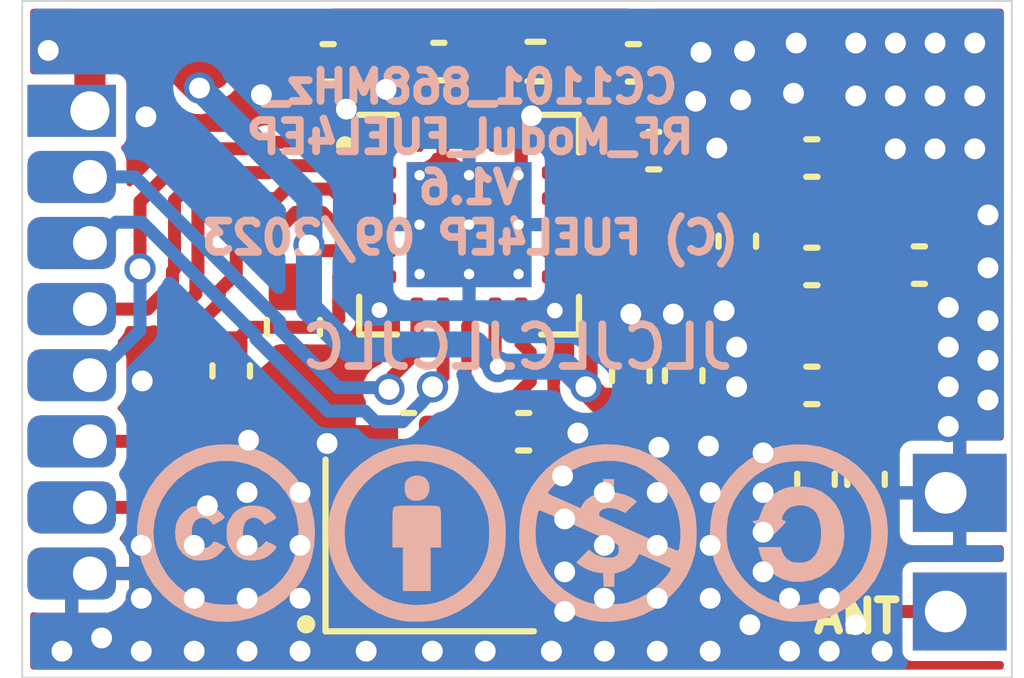
<source format=kicad_pcb>
(kicad_pcb (version 20211014) (generator pcbnew)
  (title_block (title "CC1101_868MHz_RF_Modul_FUEL4EP") (date "2023-09-28") (rev "1.6") (company "FUEL4EP"))
  (layers (0 "F.Cu" signal) (31 "B.Cu" signal) (34 "B.Paste" user) (35 "F.Paste" user) (36 "B.SilkS" user "B.Silkscreen") (37 "F.SilkS" user "F.Silkscreen") (38 "B.Mask" user) (39 "F.Mask" user) (44 "Edge.Cuts" user))
  (net 0 "")
  (net 1 "GND")
  (net 2 "Net-(C1-Pad1)")
  (net 3 "Net-(C2-Pad1)")
  (net 4 "Net-(C3-Pad2)")
  (net 5 "Net-(C4-Pad2)")
  (net 6 "Net-(C5-Pad2)")
  (net 7 "Net-(C6-Pad1)")
  (net 8 "Net-(C6-Pad2)")
  (net 9 "Net-(C7-Pad1)")
  (net 10 "Net-(C8-Pad2)")
  (net 11 "/SCK")
  (net 12 "/GDO0")
  (net 13 "/MOSI")
  (net 14 "/GDO2")
  (net 15 "Net-(C9-Pad2)")
  (net 16 "Net-(L1-Pad1)")
  (net 17 "Net-(L2-Pad1)")
  (net 18 "Net-(R1-Pad2)")
  (net 19 "/~{CS}")
  (net 20 "VDDA")
  (net 21 "Net-(C16-Pad1)")
  (net 22 "/MISO{slash}GDO1")
  (net 23 "/VDD")
  (footprint "Inductor_SMD:L_0402_1005Metric" (layer "F.Cu") (at 12.279 -8.8928)
    (fp_text reference "L1" hide)
    (fp_text value "12nH")
    (pad "1" smd roundrect (at -0.485 0) (size 0.59 0.64) (layers "F.Cu" "F.Paste" "F.Mask") (net 16 "Net-(L1-Pad1)"))
    (pad "2" smd roundrect (at 0.485 0) (size 0.59 0.64) (layers "F.Cu" "F.Paste" "F.Mask") (net 2 "Net-(C1-Pad1)"))
  )
  (footprint "Capacitor_SMD:C_0402_1005Metric" (layer "F.Cu") (at 7.9984 -11.8364 180)
    (fp_text reference "C14" hide)
    (fp_text value "100n")
    (pad "1" smd roundrect (at -0.48 0 180) (size 0.56 0.62) (layers "F.Cu" "F.Paste" "F.Mask") (net 20 "VDDA"))
    (pad "2" smd roundrect (at 0.48 0 180) (size 0.56 0.62) (layers "F.Cu" "F.Paste" "F.Mask") (net 1 "GND"))
  )
  (footprint "Inductor_SMD:L_0402_1005Metric" (layer "F.Cu") (at 15.748 -2.413)
    (fp_text reference "L7" hide)
    (fp_text value "3.3nH")
    (pad "1" smd roundrect (at -0.485 0) (size 0.59 0.64) (layers "F.Cu" "F.Paste" "F.Mask") (net 7 "Net-(C6-Pad1)"))
    (pad "2" smd roundrect (at 0.485 0) (size 0.59 0.64) (layers "F.Cu" "F.Paste" "F.Mask") (net 9 "Net-(C7-Pad1)"))
  )
  (footprint "Inductor_SMD:L_0402_1005Metric" (layer "F.Cu") (at 15.1806 -6.7314)
    (fp_text reference "L3" hide)
    (fp_text value "18nH")
    (pad "1" smd roundrect (at -0.485 0) (size 0.59 0.64) (layers "F.Cu" "F.Paste" "F.Mask") (net 3 "Net-(C2-Pad1)"))
    (pad "2" smd roundrect (at 0.485 0) (size 0.59 0.64) (layers "F.Cu" "F.Paste" "F.Mask") (net 4 "Net-(C3-Pad2)"))
  )
  (footprint "Inductor_SMD:L_0402_1005Metric" (layer "F.Cu") (at 12.279 -7.9028)
    (fp_text reference "L2" hide)
    (fp_text value "12nH")
    (pad "1" smd roundrect (at -0.485 0) (size 0.59 0.64) (layers "F.Cu" "F.Paste" "F.Mask") (net 17 "Net-(L2-Pad1)"))
    (pad "2" smd roundrect (at 0.485 0) (size 0.59 0.64) (layers "F.Cu" "F.Paste" "F.Mask") (net 3 "Net-(C2-Pad1)"))
  )
  (footprint "Capacitor_SMD:C_0402_1005Metric" (layer "F.Cu") (at 17.2242 -7.9252 180)
    (fp_text reference "C5" hide)
    (fp_text value "3.3pF")
    (pad "1" smd roundrect (at -0.48 0 180) (size 0.56 0.62) (layers "F.Cu" "F.Paste" "F.Mask") (net 1 "GND"))
    (pad "2" smd roundrect (at 0.48 0 180) (size 0.56 0.62) (layers "F.Cu" "F.Paste" "F.Mask") (net 6 "Net-(C5-Pad2)"))
  )
  (footprint "Capacitor_SMD:C_0402_1005Metric" (layer "F.Cu") (at 15.1606 -5.6138)
    (fp_text reference "C3" hide)
    (fp_text value "100pF")
    (pad "1" smd roundrect (at -0.48 0) (size 0.56 0.62) (layers "F.Cu" "F.Paste" "F.Mask") (net 1 "GND"))
    (pad "2" smd roundrect (at 0.48 0) (size 0.56 0.62) (layers "F.Cu" "F.Paste" "F.Mask") (net 4 "Net-(C3-Pad2)"))
  )
  (footprint "FUEL4EP:edge_hole_Pitch1.27mm_Drill0.75mm_rounded" (layer "F.Cu") (at 0 -5.81)
    (fp_text reference "JC5" hide)
    (fp_text value "Conn")
    (pad "1" thru_hole roundrect (at 1.3 0) (size 1.7 1) (drill 0.65 (offset -0.35 0)) (property pad_prop_castellated) (layers *.Cu *.Mask) (net 13 "/MOSI"))
  )
  (footprint "Inductor_SMD:L_0402_1005Metric" (layer "F.Cu") (at 16.75 -6.25 -90)
    (fp_text reference "L6" hide)
    (fp_text value "12nH")
    (pad "1" smd roundrect (at -0.485 0 270) (size 0.59 0.64) (layers "F.Cu" "F.Paste" "F.Mask") (net 6 "Net-(C5-Pad2)"))
    (pad "2" smd roundrect (at 0.485 0 270) (size 0.59 0.64) (layers "F.Cu" "F.Paste" "F.Mask") (net 8 "Net-(C6-Pad2)"))
  )
  (footprint "Capacitor_SMD:C_0402_1005Metric" (layer "F.Cu") (at 13.729 -8.3848 90)
    (fp_text reference "C2" hide)
    (fp_text value "1.0pF")
    (pad "1" smd roundrect (at -0.48 0 90) (size 0.56 0.62) (layers "F.Cu" "F.Paste" "F.Mask") (net 3 "Net-(C2-Pad1)"))
    (pad "2" smd roundrect (at 0.48 0 90) (size 0.56 0.62) (layers "F.Cu" "F.Paste" "F.Mask") (net 2 "Net-(C1-Pad1)"))
  )
  (footprint "FUEL4EP:edge_hole_Pitch2.28mm_Drill0.8mm" (layer "F.Cu") (at 19 -3.55 180)
    (fp_text reference "JA1" hide)
    (fp_text value "GND")
    (pad "1" thru_hole rect (at 1.27 0 180) (size 1.8 1.5) (drill 0.8 (offset -0.27 0)) (property pad_prop_castellated) (layers *.Cu *.Mask) (net 1 "GND"))
  )
  (footprint "FUEL4EP:edge_hole_Pitch1.27mm_Drill0.75mm_rounded" (layer "F.Cu") (at 0 -2)
    (fp_text reference "JC8" hide)
    (fp_text value "Conn")
    (pad "1" thru_hole roundrect (at 1.3 0) (size 1.7 1) (drill 0.65 (offset -0.35 0)) (property pad_prop_castellated) (layers *.Cu *.Mask) (net 1 "GND"))
  )
  (footprint "Capacitor_SMD:C_0402_1005Metric" (layer "F.Cu") (at 16.2 -3.81 90)
    (fp_text reference "C7" hide)
    (fp_text value "12pF")
    (pad "1" smd roundrect (at -0.48 0 90) (size 0.56 0.62) (layers "F.Cu" "F.Paste" "F.Mask") (net 9 "Net-(C7-Pad1)"))
    (pad "2" smd roundrect (at 0.48 0 90) (size 0.56 0.62) (layers "F.Cu" "F.Paste" "F.Mask") (net 8 "Net-(C6-Pad2)"))
  )
  (footprint "Capacitor_SMD:C_0402_1005Metric" (layer "F.Cu") (at 4.0132 -5.8928 -90)
    (fp_text reference "C16" hide)
    (fp_text value "100n")
    (pad "1" smd roundrect (at -0.48 0 270) (size 0.56 0.62) (layers "F.Cu" "F.Paste" "F.Mask") (net 21 "Net-(C16-Pad1)"))
    (pad "2" smd roundrect (at 0.48 0 270) (size 0.56 0.62) (layers "F.Cu" "F.Paste" "F.Mask") (net 1 "GND"))
  )
  (footprint "Resistor_SMD:R_0402_1005Metric" (layer "F.Cu") (at 9.8552 -11.8364 180)
    (fp_text reference "R1" hide)
    (fp_text value "56k")
    (pad "1" smd roundrect (at -0.51 0 180) (size 0.54 0.64) (layers "F.Cu" "F.Paste" "F.Mask") (net 1 "GND"))
    (pad "2" smd roundrect (at 0.51 0 180) (size 0.54 0.64) (layers "F.Cu" "F.Paste" "F.Mask") (net 18 "Net-(R1-Pad2)"))
  )
  (footprint "Capacitor_SMD:C_0402_1005Metric" (layer "F.Cu") (at 11.684 -5.801 90)
    (fp_text reference "C15" hide)
    (fp_text value "100n")
    (pad "1" smd roundrect (at -0.48 0 90) (size 0.56 0.62) (layers "F.Cu" "F.Paste" "F.Mask") (net 20 "VDDA"))
    (pad "2" smd roundrect (at 0.48 0 90) (size 0.56 0.62) (layers "F.Cu" "F.Paste" "F.Mask") (net 1 "GND"))
  )
  (footprint "Capacitor_SMD:C_0402_1005Metric" (layer "F.Cu") (at 12.7 -5.801 90)
    (fp_text reference "C17" hide)
    (fp_text value "100n")
    (pad "1" smd roundrect (at -0.48 0 90) (size 0.56 0.62) (layers "F.Cu" "F.Paste" "F.Mask") (net 20 "VDDA"))
    (pad "2" smd roundrect (at 0.48 0 90) (size 0.56 0.62) (layers "F.Cu" "F.Paste" "F.Mask") (net 1 "GND"))
  )
  (footprint "FUEL4EP:edge_hole_Pitch2.28mm_Drill0.8mm" (layer "F.Cu") (at 19 -1.27 180)
    (fp_text reference "JA2" hide)
    (fp_text value "Ant.")
    (pad "1" thru_hole rect (at 1.27 0 180) (size 1.8 1.5) (drill 0.8 (offset -0.27 0)) (property pad_prop_castellated) (layers *.Cu *.Mask) (net 9 "Net-(C7-Pad1)"))
  )
  (footprint "Inductor_SMD:L_0402_1005Metric" (layer "F.Cu") (at 15.1806 -8.9666)
    (fp_text reference "L4" hide)
    (fp_text value "18nH")
    (pad "1" smd roundrect (at -0.485 0) (size 0.59 0.64) (layers "F.Cu" "F.Paste" "F.Mask") (net 2 "Net-(C1-Pad1)"))
    (pad "2" smd roundrect (at 0.485 0) (size 0.59 0.64) (layers "F.Cu" "F.Paste" "F.Mask") (net 5 "Net-(C4-Pad2)"))
  )
  (footprint "Crystal:Crystal_SMD_3225-4Pin_3.2x2.5mm" (layer "F.Cu") (at 7.8232 -2.54)
    (fp_text reference "Y1" hide)
    (fp_text value "Crystal  26MHz")
    (pad "1" smd rect (at -1.1 0.85) (size 1.4 1.2) (layers "F.Cu" "F.Paste" "F.Mask") (net 10 "Net-(C8-Pad2)"))
    (pad "2" smd rect (at 1.1 0.85) (size 1.4 1.2) (layers "F.Cu" "F.Paste" "F.Mask") (net 1 "GND"))
    (pad "3" smd rect (at 1.1 -0.85) (size 1.4 1.2) (layers "F.Cu" "F.Paste" "F.Mask") (net 15 "Net-(C9-Pad2)"))
    (pad "4" smd rect (at -1.1 -0.85) (size 1.4 1.2) (layers "F.Cu" "F.Paste" "F.Mask") (net 1 "GND"))
  )
  (footprint "FUEL4EP:CC-BY-ND-SA_bottom" (layer "F.Cu") (at 9.398 -2.794)
    (fp_text reference "LOGO1" hide)
    (fp_text value "Logo_Open_Hardware_Small" hide)
  )
  (footprint "Capacitor_SMD:C_0603_1608Metric" (layer "F.Cu") (at 5.207 -6.731 -90)
    (fp_text reference "C13" hide)
    (fp_text value "100n")
    (pad "1" smd roundrect (at -0.775 0 270) (size 0.9 0.95) (layers "F.Cu" "F.Paste" "F.Mask") (net 20 "VDDA"))
    (pad "2" smd roundrect (at 0.775 0 270) (size 0.9 0.95) (layers "F.Cu" "F.Paste" "F.Mask") (net 1 "GND"))
  )
  (footprint "Capacitor_SMD:C_0402_1005Metric" (layer "F.Cu") (at 5.873 -11.811)
    (fp_text reference "C10" hide)
    (fp_text value "4.7u")
    (pad "1" smd roundrect (at -0.48 0) (size 0.56 0.62) (layers "F.Cu" "F.Paste" "F.Mask") (net 20 "VDDA"))
    (pad "2" smd roundrect (at 0.48 0) (size 0.56 0.62) (layers "F.Cu" "F.Paste" "F.Mask") (net 1 "GND"))
  )
  (footprint "Capacitor_SMD:C_0402_1005Metric" (layer "F.Cu") (at 15.1606 -7.8998)
    (fp_text reference "C4" hide)
    (fp_text value "1.5pF")
    (pad "1" smd roundrect (at -0.48 0) (size 0.56 0.62) (layers "F.Cu" "F.Paste" "F.Mask") (net 3 "Net-(C2-Pad1)"))
    (pad "2" smd roundrect (at 0.48 0) (size 0.56 0.62) (layers "F.Cu" "F.Paste" "F.Mask") (net 5 "Net-(C4-Pad2)"))
  )
  (footprint "FUEL4EP:edge_hole_Pitch1.27mm_Drill0.75mm_rounded" (layer "F.Cu") (at 0 -4.54)
    (fp_text reference "JC6" hide)
    (fp_text value "Conn")
    (pad "1" thru_hole roundrect (at 1.3 0) (size 1.7 1) (drill 0.65 (offset -0.35 0)) (property pad_prop_castellated) (layers *.Cu *.Mask) (net 22 "/MISO{slash}GDO1"))
  )
  (footprint "Inductor_SMD:L_0402_1005Metric" (layer "F.Cu") (at 1.825 -12.275)
    (fp_text reference "FB1" hide)
    (fp_text value "FerriteBead")
    (pad "1" smd roundrect (at -0.485 0) (size 0.59 0.64) (layers "F.Cu" "F.Paste" "F.Mask") (net 23 "/VDD"))
    (pad "2" smd roundrect (at 0.485 0) (size 0.59 0.64) (layers "F.Cu" "F.Paste" "F.Mask") (net 20 "VDDA"))
  )
  (footprint "Capacitor_SMD:C_0402_1005Metric" (layer "F.Cu") (at 11.7348 -11.811 180)
    (fp_text reference "C12" hide)
    (fp_text value "100n")
    (pad "1" smd roundrect (at -0.48 0 180) (size 0.56 0.62) (layers "F.Cu" "F.Paste" "F.Mask") (net 20 "VDDA"))
    (pad "2" smd roundrect (at 0.48 0 180) (size 0.56 0.62) (layers "F.Cu" "F.Paste" "F.Mask") (net 1 "GND"))
  )
  (footprint "FUEL4EP:edge_hole_Pitch1.27mm_Drill0.75mm_rounded" (layer "F.Cu") (at 0 -8.35)
    (fp_text reference "JC3" hide)
    (fp_text value "Conn")
    (pad "1" thru_hole roundrect (at 1.3 0) (size 1.7 1) (drill 0.65 (offset -0.35 0)) (property pad_prop_castellated) (layers *.Cu *.Mask) (net 19 "/~{CS}"))
  )
  (footprint "FUEL4EP:edge_hole_Pitch1.27mm_Drill0.75mm_rounded" (layer "F.Cu") (at 0 -9.62)
    (fp_text reference "JC2" hide)
    (fp_text value "Conn")
    (pad "1" thru_hole roundrect (at 1.3 0) (size 1.7 1) (drill 0.65 (offset -0.35 0)) (property pad_prop_castellated) (layers *.Cu *.Mask) (net 12 "/GDO0"))
  )
  (footprint "FUEL4EP:edge_hole_Pitch1.27mm_Drill0.75mm" (layer "F.Cu") (at 0 -10.89)
    (fp_text reference "JC1" hide)
    (fp_text value "Conn")
    (pad "1" thru_hole rect (at 1.3 0) (size 1.7 1) (drill 0.75 (offset -0.35 0)) (property pad_prop_castellated) (layers *.Cu *.Mask) (net 23 "/VDD"))
  )
  (footprint "Inductor_SMD:L_0402_1005Metric" (layer "F.Cu") (at 17.2442 -8.9412)
    (fp_text reference "L5" hide)
    (fp_text value "12nH")
    (pad "1" smd roundrect (at -0.485 0) (size 0.59 0.64) (layers "F.Cu" "F.Paste" "F.Mask") (net 5 "Net-(C4-Pad2)"))
    (pad "2" smd roundrect (at 0.485 0) (size 0.59 0.64) (layers "F.Cu" "F.Paste" "F.Mask") (net 6 "Net-(C5-Pad2)"))
  )
  (footprint "Capacitor_SMD:C_0402_1005Metric" (layer "F.Cu") (at 12.125 -10.125)
    (fp_text reference "C11" hide)
    (fp_text value "100n")
    (pad "1" smd roundrect (at -0.48 0) (size 0.56 0.62) (layers "F.Cu" "F.Paste" "F.Mask") (net 20 "VDDA"))
    (pad "2" smd roundrect (at 0.48 0) (size 0.56 0.62) (layers "F.Cu" "F.Paste" "F.Mask") (net 1 "GND"))
  )
  (footprint "Capacitor_SMD:C_0402_1005Metric" (layer "F.Cu") (at 7.4168 -4.7244)
    (fp_text reference "C8" hide)
    (fp_text value "12p")
    (pad "1" smd roundrect (at -0.48 0) (size 0.56 0.62) (layers "F.Cu" "F.Paste" "F.Mask") (net 1 "GND"))
    (pad "2" smd roundrect (at 0.48 0) (size 0.56 0.62) (layers "F.Cu" "F.Paste" "F.Mask") (net 10 "Net-(C8-Pad2)"))
  )
  (footprint "Capacitor_SMD:C_0402_1005Metric" (layer "F.Cu") (at 15.1606 -9.9826)
    (fp_text reference "C1" hide)
    (fp_text value "1.5pF")
    (pad "1" smd roundrect (at -0.48 0) (size 0.56 0.62) (layers "F.Cu" "F.Paste" "F.Mask") (net 2 "Net-(C1-Pad1)"))
    (pad "2" smd roundrect (at 0.48 0) (size 0.56 0.62) (layers "F.Cu" "F.Paste" "F.Mask") (net 1 "GND"))
  )
  (footprint "Capacitor_SMD:C_0402_1005Metric" (layer "F.Cu") (at 15.24 -3.81 90)
    (fp_text reference "C6" hide)
    (fp_text value "47pF")
    (pad "1" smd roundrect (at -0.48 0 90) (size 0.56 0.62) (layers "F.Cu" "F.Paste" "F.Mask") (net 7 "Net-(C6-Pad1)"))
    (pad "2" smd roundrect (at 0.48 0 90) (size 0.56 0.62) (layers "F.Cu" "F.Paste" "F.Mask") (net 8 "Net-(C6-Pad2)"))
  )
  (footprint "Capacitor_SMD:C_0402_1005Metric" (layer "F.Cu") (at 9.6266 -4.7244 180)
    (fp_text reference "C9" hide)
    (fp_text value "15p")
    (pad "1" smd roundrect (at -0.48 0 180) (size 0.56 0.62) (layers "F.Cu" "F.Paste" "F.Mask") (net 1 "GND"))
    (pad "2" smd roundrect (at 0.48 0 180) (size 0.56 0.62) (layers "F.Cu" "F.Paste" "F.Mask") (net 15 "Net-(C9-Pad2)"))
  )
  (footprint "FUEL4EP:edge_hole_Pitch1.27mm_Drill0.75mm_rounded" (layer "F.Cu") (at 0 -7.08)
    (fp_text reference "JC4" hide)
    (fp_text value "Conn")
    (pad "1" thru_hole roundrect (at 1.3 0) (size 1.7 1) (drill 0.65 (offset -0.35 0)) (property pad_prop_castellated) (layers *.Cu *.Mask) (net 11 "/SCK"))
  )
  (footprint "Package_DFN_QFN:Texas_S-PVQFN-N20_EP2.4x2.4mm_ThermalVias" (layer "F.Cu") (at 8.579 -8.7028)
    (fp_text reference "U1" hide)
    (fp_text value "CC1101RGPR")
    (pad "1" smd roundrect (at -1.8875 -1) (size 0.975 0.25) (layers "F.Cu" "F.Paste" "F.Mask") (net 11 "/SCK"))
    (pad "2" smd roundrect (at -1.8875 -0.5) (size 0.975 0.25) (layers "F.Cu" "F.Paste" "F.Mask") (net 22 "/MISO{slash}GDO1"))
    (pad "3" smd roundrect (at -1.8875 0) (size 0.975 0.25) (layers "F.Cu" "F.Paste" "F.Mask") (net 14 "/GDO2"))
    (pad "4" smd roundrect (at -1.8875 0.5) (size 0.975 0.25) (layers "F.Cu" "F.Paste" "F.Mask") (net 20 "VDDA"))
    (pad "5" smd roundrect (at -1.8875 1) (size 0.975 0.25) (layers "F.Cu" "F.Paste" "F.Mask") (net 21 "Net-(C16-Pad1)"))
    (pad "6" smd roundrect (at -1 1.8875) (size 0.25 0.975) (layers "F.Cu" "F.Paste" "F.Mask") (net 12 "/GDO0"))
    (pad "7" smd roundrect (at -0.5 1.8875) (size 0.25 0.975) (layers "F.Cu" "F.Paste" "F.Mask") (net 19 "/~{CS}"))
    (pad "8" smd roundrect (at 0 1.8875) (size 0.25 0.975) (layers "F.Cu" "F.Paste" "F.Mask") (net 10 "Net-(C8-Pad2)"))
    (pad "9" smd roundrect (at 0.5 1.8875) (size 0.25 0.975) (layers "F.Cu" "F.Paste" "F.Mask") (net 20 "VDDA"))
    (pad "10" smd roundrect (at 1 1.8875) (size 0.25 0.975) (layers "F.Cu" "F.Paste" "F.Mask") (net 15 "Net-(C9-Pad2)"))
    (pad "11" smd roundrect (at 1.8875 1) (size 0.975 0.25) (layers "F.Cu" "F.Paste" "F.Mask") (net 20 "VDDA"))
    (pad "12" smd roundrect (at 1.8875 0.5) (size 0.975 0.25) (layers "F.Cu" "F.Paste" "F.Mask") (net 17 "Net-(L2-Pad1)"))
    (pad "13" smd roundrect (at 1.8875 0) (size 0.975 0.25) (layers "F.Cu" "F.Paste" "F.Mask") (net 16 "Net-(L1-Pad1)"))
    (pad "14" smd roundrect (at 1.8875 -0.5) (size 0.975 0.25) (layers "F.Cu" "F.Paste" "F.Mask") (net 20 "VDDA"))
    (pad "15" smd roundrect (at 1.8875 -1) (size 0.975 0.25) (layers "F.Cu" "F.Paste" "F.Mask") (net 20 "VDDA"))
    (pad "16" smd roundrect (at 1 -1.8875) (size 0.25 0.975) (layers "F.Cu" "F.Paste" "F.Mask") (net 1 "GND"))
    (pad "17" smd roundrect (at 0.5 -1.8875) (size 0.25 0.975) (layers "F.Cu" "F.Paste" "F.Mask") (net 18 "Net-(R1-Pad2)"))
    (pad "18" smd roundrect (at 0 -1.8875) (size 0.25 0.975) (layers "F.Cu" "F.Paste" "F.Mask") (net 20 "VDDA"))
    (pad "19" smd roundrect (at -0.5 -1.8875) (size 0.25 0.975) (layers "F.Cu" "F.Paste" "F.Mask") (net 1 "GND"))
    (pad "20" smd roundrect (at -1 -1.8875) (size 0.25 0.975) (layers "F.Cu" "F.Paste" "F.Mask") (net 13 "/MOSI"))
    (pad "21" thru_hole circle (at 0.95 -0.95) (size 0.5 0.5) (drill 0.2) (layers *.Cu) (net 1 "GND"))
    (pad "21" smd rect (at 0 0) (size 2.4 2.4) (layers "F.Cu" "F.Mask") (net 1 "GND"))
    (pad "21" thru_hole circle (at 0 0.95) (size 0.5 0.5) (drill 0.2) (layers *.Cu) (net 1 "GND"))
    (pad "21" thru_hole circle (at 0.95 0) (size 0.5 0.5) (drill 0.2) (layers *.Cu) (net 1 "GND"))
    (pad "21" thru_hole circle (at 0 -0.95) (size 0.5 0.5) (drill 0.2) (layers *.Cu) (net 1 "GND"))
    (pad "21" thru_hole circle (at 0.95 0.95) (size 0.5 0.5) (drill 0.2) (layers *.Cu) (net 1 "GND"))
    (pad "21" thru_hole circle (at 0 0) (size 0.5 0.5) (drill 0.2) (layers *.Cu) (net 1 "GND"))
    (pad "21" thru_hole circle (at -0.95 -0.95) (size 0.5 0.5) (drill 0.2) (layers *.Cu) (net 1 "GND"))
    (pad "21" thru_hole circle (at -0.95 0.95) (size 0.5 0.5) (drill 0.2) (layers *.Cu) (net 1 "GND"))
    (pad "21" smd rect (at 0 0) (size 2.4 2.4) (layers "B.Cu") (net 1 "GND"))
    (pad "21" thru_hole circle (at -0.95 0) (size 0.5 0.5) (drill 0.2) (layers *.Cu) (net 1 "GND"))
  )
  (footprint "FUEL4EP:edge_hole_Pitch1.27mm_Drill0.75mm_rounded" (layer "F.Cu") (at 0 -3.27)
    (fp_text reference "JC7" hide)
    (fp_text value "Conn")
    (pad "1" thru_hole roundrect (at 1.3 0) (size 1.7 1) (drill 0.65 (offset -0.35 0)) (property pad_prop_castellated) (layers *.Cu *.Mask) (net 14 "/GDO2"))
  )
  (gr_circle (center 5.45 -1.025) (end 5.55 -1.025) (layer "F.SilkS") (width 0.1524) (fill solid))
  (gr_circle (center 6.2 -10.225) (end 6.3 -10.225) (layer "F.SilkS") (width 0.1524) (fill solid))
  (gr_line (start 0 0) (end 0 -13) (layer "Edge.Cuts") (width 0.0381))
  (gr_line (start 19 -13) (end 19 0) (layer "Edge.Cuts") (width 0.0381))
  (gr_line (start 0 -13) (end 19 -13) (layer "Edge.Cuts") (width 0.0381))
  (gr_line (start 0 0) (end 19 0) (layer "Edge.Cuts") (width 0.0381))
  (gr_text "JLCJLCJLCJLC" (at 9.5 -6.35) (layer "B.SilkS") (effects (font (size 0.8 0.8)) (justify mirror)))
  (gr_text "CC1101_868MHz_\nRF_Modul_FUEL4EP\nV1.6\n(C) FUEL4EP 09/2023\n" (at 8.6 -9.9) (layer "B.SilkS") (effects (font (size 0.6 0.6)) (justify mirror)))
  (gr_text "ANT" (at 16.025 -1.175) (layer "F.SilkS") (effects (font (size 0.6 0.6))))
  (segment (start 8.079 -9.799247) (end 8.225447 -9.6528) (width 0.25) (layer "F.Cu") (net 1))
  (segment (start 8.079 -10.5903) (end 8.079 -9.799247) (width 0.25) (layer "F.Cu") (net 1))
  (segment (start 9.579 -10.5903) (end 9.579 -9.7028) (width 0.25) (layer "F.Cu") (net 1))
  (segment (start 10.3906 -11.811) (end 10.3652 -11.8364) (width 0.6) (layer "F.Cu") (net 1))
  (segment (start 8.079 -11.268191) (end 7.5184 -11.828791) (width 0.25) (layer "F.Cu") (net 1))
  (segment (start 8.079 -10.5903) (end 8.079 -11.268191) (width 0.25) (layer "F.Cu") (net 1))
  (segment (start 10.3652 -11.8364) (end 10.3652 -11.3792) (width 0.6) (layer "F.Cu") (net 1))
  (segment (start 9.579 -10.593) (end 9.78 -10.794) (width 0.25) (layer "F.Cu") (net 1))
  (segment (start 11.2548 -11.811) (end 10.3906 -11.811) (width 0.6) (layer "F.Cu") (net 1))
  (segment (start 10.3652 -11.3792) (end 9.78 -10.794) (width 0.6) (layer "F.Cu") (net 1))
  (via (at 17.78 -7.112) (size 0.6) (drill 0.4) (layers "F.Cu" "B.Cu") (net 1))
  (via (at 3.302 -1.524) (size 0.6) (drill 0.4) (layers "F.Cu" "B.Cu") (net 1))
  (via (at 3.302 -0.508) (size 0.6) (drill 0.4) (layers "F.Cu" "B.Cu") (net 1))
  (via (at 2.286 -1.524) (size 0.6) (drill 0.4) (layers "F.Cu" "B.Cu") (net 1))
  (via (at 2.286 -0.508) (size 0.6) (drill 0.4) (layers "F.Cu" "B.Cu") (net 1))
  (via (at 0.762 -0.508) (size 0.6) (drill 0.4) (layers "F.Cu" "B.Cu") (net 1))
  (via (at 0.5 -12.05) (size 0.6) (drill 0.4) (layers "F.Cu" "B.Cu") (net 1))
  (via (at 14.859 -12.192) (size 0.6) (drill 0.4) (layers "F.Cu" "B.Cu") (net 1))
  (via (at 3.302 -2.54) (size 0.6) (drill 0.4) (layers "F.Cu" "B.Cu") (net 1))
  (via (at 4.318 -1.524) (size 0.6) (drill 0.4) (layers "F.Cu" "B.Cu") (net 1))
  (via (at 6.604 -0.508) (size 0.6) (drill 0.4) (layers "F.Cu" "B.Cu") (net 1))
  (via (at 8.89 -0.508) (size 0.6) (drill 0.4) (layers "F.Cu" "B.Cu") (net 1))
  (via (at 18.288 -11.176) (size 0.6) (drill 0.4) (layers "F.Cu" "B.Cu") (net 1))
  (via (at 5.334 -1.524) (size 0.6) (drill 0.4) (layers "F.Cu" "B.Cu") (net 1))
  (via (at 18.542 -6.096) (size 0.6) (drill 0.4) (layers "F.Cu" "B.Cu") (net 1))
  (via (at 6.985 -11.303) (size 0.6) (drill 0.4) (layers "F.Cu" "B.Cu") (net 1))
  (via (at 10.414 -3.048) (size 0.6) (drill 0.4) (layers "F.Cu" "B.Cu") (net 1))
  (via (at 18.542 -8.89) (size 0.6) (drill 0.4) (layers "F.Cu" "B.Cu") (net 1))
  (via (at 10.226239 -7.051239) (size 0.6) (drill 0.3) (layers "F.Cu" "B.Cu") (net 1))
  (via (at 11.176 -3.556) (size 0.6) (drill 0.4) (layers "F.Cu" "B.Cu") (net 1))
  (via (at 15.494 -0.508) (size 0.6) (drill 0.4) (layers "F.Cu" "B.Cu") (net 1))
  (via (at 5.854208 -4.498645) (size 0.6) (drill 0.4) (layers "F.Cu" "B.Cu") (net 1))
  (via (at 17.526 -11.176) (size 0.6) (drill 0.4) (layers "F.Cu" "B.Cu") (net 1))
  (via (at 13.208 -1.524) (size 0.6) (drill 0.4) (layers "F.Cu" "B.Cu") (net 1))
  (via (at 4.318 -0.508) (size 0.6) (drill 0.4) (layers "F.Cu" "B.Cu") (net 1))
  (via (at 17.78 -4.826) (size 0.6) (drill 0.4) (layers "F.Cu" "B.Cu") (net 1))
  (via (at 13.716 -6.35) (size 0.6) (drill 0.4) (layers "F.Cu" "B.Cu") (net 1))
  (via (at 13.475 -7.05) (size 0.6) (drill 0.4) (layers "F.Cu" "B.Cu") (net 1))
  (via (at 18.542 -6.858) (size 0.6) (drill 0.4) (layers "F.Cu" "B.Cu") (net 1))
  (via (at 2.286 -2.54) (size 0.6) (drill 0.4) (layers "F.Cu" "B.Cu") (net 1))
  (via (at 16.764 -10.16) (size 0.6) (drill 0.4) (layers "F.Cu" "B.Cu") (net 1))
  (via (at 12.5 -6.985) (size 0.6) (drill 0.4) (layers "F.Cu" "B.Cu") (net 1))
  (via (at 16.002 -12.192) (size 0.6) (drill 0.4) (layers "F.Cu" "B.Cu") (net 1))
  (via (at 18.542 -5.334) (size 0.6) (drill 0.4) (layers "F.Cu" "B.Cu") (net 1))
  (via (at 5.334 -2.54) (size 0.6) (drill 0.4) (layers "F.Cu" "B.Cu") (net 1))
  (via (at 9.78 -10.794) (size 0.6) (drill 0.4) (layers "F.Cu" "B.Cu") (net 1))
  (via (at 13.208 -0.508) (size 0.6) (drill 0.4) (layers "F.Cu" "B.Cu") (net 1))
  (via (at 17.78 -5.588) (size 0.6) (drill 0.4) (layers "F.Cu" "B.Cu") (net 1))
  (via (at 10.668 -4.699) (size 0.6) (drill 0.4) (layers "F.Cu" "B.Cu") (net 1))
  (via (at 16.764 -11.176) (size 0.6) (drill 0.4) (layers "F.Cu" "B.Cu") (net 1))
  (via (at 14.224 -3.556) (size 0.6) (drill 0.4) (layers "F.Cu" "B.Cu") (net 1))
  (via (at 10.16 -0.508) (size 0.6) (drill 0.4) (layers "F.Cu" "B.Cu") (net 1))
  (via (at 4.318 -3.556) (size 0.6) (drill 0.4) (layers "F.Cu" "B.Cu") (net 1))
  (via (at 5.334 -3.556) (size 0.6) (drill 0.4) (layers "F.Cu" "B.Cu") (net 1))
  (via (at 14.224 -2.032) (size 0.6) (drill 0.4) (layers "F.Cu" "B.Cu") (net 1))
  (via (at 18.542 -7.874) (size 0.6) (drill 0.4) (layers "F.Cu" "B.Cu") (net 1))
  (via (at 12.192 -3.556) (size 0.6) (drill 0.4) (layers "F.Cu" "B.Cu") (net 1))
  (via (at 11.176 -0.508) (size 0.6) (drill 0.4) (layers "F.Cu" "B.Cu") (net 1))
  (via (at 13.335 -10.175) (size 0.6) (drill 0.4) (layers "F.Cu" "B.Cu") (net 1))
  (via (at 13.208 -2.54) (size 0.6) (drill 0.4) (layers "F.Cu" "B.Cu") (net 1))
  (via (at 12.192 -1.524) (size 0.6) (drill 0.4) (layers "F.Cu" "B.Cu") (net 1))
  (via (at 3.556 -3.302) (size 0.6) (drill 0.4) (layers "F.Cu" "B.Cu") (net 1))
  (via (at 4.318 -2.54) (size 0.6) (drill 0.4) (layers "F.Cu" "B.Cu") (net 1))
  (via (at 14.8082 -11.2268) (size 0.6) (drill 0.4) (layers "F.Cu" "B.Cu") (net 1))
  (via (at 16.002 -11.176) (size 0.6) (drill 0.4) (layers "F.Cu" "B.Cu") (net 1))
  (via (at 14.732 -1.524) (size 0.6) (drill 0.4) (layers "F.Cu" "B.Cu") (net 1))
  (via (at 17.78 -6.35) (size 0.6) (drill 0.4) (layers "F.Cu" "B.Cu") (net 1))
  (via (at 17.526 -10.16) (size 0.6) (drill 0.4) (layers "F.Cu" "B.Cu") (net 1))
  (via (at 16.764 -12.192) (size 0.6) (drill 0.4) (layers "F.Cu" "B.Cu") (net 1))
  (via (at 5.334 -0.508) (size 0.6) (drill 0.4) (layers "F.Cu" "B.Cu") (net 1))
  (via (at 2.304199 -5.7) (size 0.6) (drill 0.4) (layers "F.Cu" "B.Cu") (net 1))
  (via (at 13.0302 -12.0142) (size 0.6) (drill 0.4) (layers "F.Cu" "B.Cu") (net 1))
  (via (at 18.288 -10.16) (size 0.6) (drill 0.4) (layers "F.Cu" "B.Cu") (net 1))
  (via (at 12.192 -0.508) (size 0.6) (drill 0.4) (layers "F.Cu" "B.Cu") (net 1))
  (via (at 11.176 -2.54) (size 0.6) (drill 0.4) (layers "F.Cu" "B.Cu") (net 1))
  (via (at 13.7922 -11.0998) (size 0.6) (drill 0.4) (layers "F.Cu" "B.Cu") (net 1))
  (via (at 7.874 -0.508) (size 0.6) (drill 0.4) (layers "F.Cu" "B.Cu") (net 1))
  (via (at 6.223 -10.922) (size 0.6) (drill 0.4) (layers "F.Cu" "B.Cu") (net 1))
  (via (at 6.858 -7.0612) (size 0.6) (drill 0.3) (layers "F.Cu" "B.Cu") (net 1))
  (via (at 18.288 -12.192) (size 0.6) (drill 0.4) (layers "F.Cu" "B.Cu") (net 1))
  (via (at 13.175 -4.45) (size 0.6) (drill 0.4) (layers "F.Cu" "B.Cu") (net 1))
  (via (at 4.346102 -4.561781) (size 0.6) (drill 0.4) (layers "F.Cu" "B.Cu") (net 1))
  (via (at 13.8684 -12.0396) (size 0.6) (drill 0.4) (layers "F.Cu" "B.Cu") (net 1))
  (via (at 11.684 -6.985) (size 0.6) (drill 0.4) (layers "F.Cu" "B.Cu") (net 1))
  (via (at 10.414 -2.032) (size 0.6) (drill 0.4) (layers "F.Cu" "B.Cu") (net 1))
  (via (at 14.732 -0.508) (size 0.6) (drill 0.4) (layers "F.Cu" "B.Cu") (net 1))
  (via (at 11.176 -1.524) (size 0.6) (drill 0.4) (layers "F.Cu" "B.Cu") (net 1))
  (via (at 13.716 -5.588) (size 0.6) (drill 0.4) (layers "F.Cu" "B.Cu") (net 1))
  (via (at 16.002 -1.016) (size 0.6) (drill 0.4) (layers "F.Cu" "B.Cu") (net 1))
  (via (at 15.494 -1.524) (size 0.6) (drill 0.4) (layers "F.Cu" "B.Cu") (net 1))
  (via (at 17.526 -12.192) (size 0.6) (drill 0.4) (layers "F.Cu" "B.Cu") (net 1))
  (via (at 14.224 -2.794) (size 0.6) (drill 0.4) (layers "F.Cu" "B.Cu") (net 1))
  (via (at 16.51 -0.508) (size 0.6) (drill 0.4) (layers "F.Cu" "B.Cu") (net 1))
  (via (at 13.208 -3.556) (size 0.6) (drill 0.4) (layers "F.Cu" "B.Cu") (net 1))
  (via (at 1.524 -0.762) (size 0.6) (drill 0.4) (layers "F.Cu" "B.Cu") (net 1))
  (via (at 2.375 -10.775) (size 0.6) (drill 0.4) (layers "F.Cu" "B.Cu") (net 1))
  (via (at 13.97 -1.016) (size 0.6) (drill 0.4) (layers "F.Cu" "B.Cu") (net 1))
  (via (at 4.592391 -11.199563) (size 0.6) (drill 0.4) (layers "F.Cu" "B.Cu") (net 1))
  (via (at 10.375 -3.875) (size 0.6) (drill 0.4) (layers "F.Cu" "B.Cu") (net 1))
  (via (at 12.9286 -11.0744) (size 0.6) (drill 0.4) (layers "F.Cu" "B.Cu") (net 1))
  (via (at 12.225 -4.425) (size 0.6) (drill 0.4) (layers "F.Cu" "B.Cu") (net 1))
  (via (at 12.192 -2.54) (size 0.6) (drill 0.4) (layers "F.Cu" "B.Cu") (net 1))
  (via (at 10.414 -1.27) (size 0.6) (drill 0.4) (layers "F.Cu" "B.Cu") (net 1))
  (via (at 14.224 -4.318) (size 0.6) (drill 0.4) (layers "F.Cu" "B.Cu") (net 1))
  (segment (start 13.729 -8.8648) (end 14.5938 -8.8648) (width 0.25) (layer "F.Cu") (net 2))
  (segment (start 12.764 -8.8928) (end 13.701 -8.8928) (width 0.25) (layer "F.Cu") (net 2))
  (segment (start 14.6956 -8.9666) (end 14.6956 -9.9676) (width 0.25) (layer "F.Cu") (net 2))
  (segment (start 14.6806 -7.8998) (end 14.6806 -6.7464) (width 0.25) (layer "F.Cu") (net 3))
  (segment (start 13.729 -7.9048) (end 14.6756 -7.9048) (width 0.25) (layer "F.Cu") (net 3))
  (segment (start 12.764 -7.9028) (end 13.727 -7.9028) (width 0.25) (layer "F.Cu") (net 3))
  (segment (start 15.6656 -6.7314) (end 15.6656 -5.6388) (width 0.25) (layer "F.Cu") (net 4))
  (segment (start 15.7738 -8.9504) (end 16.75 -8.9504) (width 0.25) (layer "F.Cu") (net 5))
  (segment (start 15.6406 -7.8998) (end 15.6406 -8.9416) (width 0.25) (layer "F.Cu") (net 5))
  (segment (start 16.75 -6.735) (end 16.75 -7.9194) (width 0.25) (layer "F.Cu") (net 6))
  (segment (start 17.7292 -8.922984) (end 16.7442 -7.937984) (width 0.25) (layer "F.Cu") (net 6))
  (segment (start 15.24 -3.33) (end 15.24 -2.436) (width 0.25) (layer "F.Cu") (net 7))
  (segment (start 16.2 -4.605) (end 16.75 -5.155) (width 0.25) (layer "F.Cu") (net 8))
  (segment (start 15.24 -4.29) (end 16.2 -4.29) (width 0.25) (layer "F.Cu") (net 8))
  (segment (start 16.2 -4.29) (end 16.2 -4.605) (width 0.25) (layer "F.Cu") (net 8))
  (segment (start 16.75 -5.765) (end 16.75 -5.155) (width 0.25) (layer "F.Cu") (net 8))
  (segment (start 16.233 -1.817) (end 16.78 -1.27) (width 0.25) (layer "F.Cu") (net 9))
  (segment (start 16.2 -3.33) (end 16.2 -2.446) (width 0.25) (layer "F.Cu") (net 9))
  (segment (start 16.233 -2.413) (end 16.233 -1.817) (width 0.25) (layer "F.Cu") (net 9))
  (segment (start 16.78 -1.27) (end 17.9 -1.27) (width 0.25) (layer "F.Cu") (net 9))
  (segment (start 8.527872 -5.378272) (end 8.527872 -6.764172) (width 0.2) (layer "F.Cu") (net 10))
  (segment (start 7.988459 -4.8488) (end 8.219659 -5.08) (width 0.2) (layer "F.Cu") (net 10))
  (segment (start 7.8232 -2.59) (end 6.9232 -1.69) (width 0.2) (layer "F.Cu") (net 10))
  (segment (start 7.8232 -4.7524) (end 7.8232 -2.59) (width 0.2) (layer "F.Cu") (net 10))
  (segment (start 7.8968 -4.826) (end 7.8232 -4.7524) (width 0.2) (layer "F.Cu") (net 10))
  (segment (start 8.219659 -5.08) (end 8.2296 -5.08) (width 0.2) (layer "F.Cu") (net 10))
  (segment (start 8.527872 -6.764172) (end 8.579 -6.8153) (width 0.2) (layer "F.Cu") (net 10))
  (segment (start 8.2296 -5.08) (end 8.527872 -5.378272) (width 0.2) (layer "F.Cu") (net 10))
  (segment (start 6.269262 -9.7028) (end 6.136507 -9.835555) (width 0.25) (layer "F.Cu") (net 11))
  (segment (start 4.874397 -9.835555) (end 4.741642 -9.7028) (width 0.25) (layer "F.Cu") (net 11))
  (segment (start 6.6915 -9.7028) (end 6.269262 -9.7028) (width 0.25) (layer "F.Cu") (net 11))
  (segment (start 2.884998 -7.559978) (end 2.40502 -7.08) (width 0.25) (layer "F.Cu") (net 11))
  (segment (start 4.741642 -9.7028) (end 3.45302 -9.7028) (width 0.25) (layer "F.Cu") (net 11))
  (segment (start 2.9245 -9.17428) (end 2.9245 -7.849297) (width 0.25) (layer "F.Cu") (net 11))
  (segment (start 2.9245 -7.849297) (end 2.884998 -7.809795) (width 0.25) (layer "F.Cu") (net 11))
  (segment (start 3.45302 -9.7028) (end 2.9245 -9.17428) (width 0.25) (layer "F.Cu") (net 11))
  (segment (start 2.884998 -7.809795) (end 2.884998 -7.559978) (width 0.25) (layer "F.Cu") (net 11))
  (segment (start 6.136507 -9.835555) (end 4.874397 -9.835555) (width 0.25) (layer "F.Cu") (net 11))
  (segment (start 2.40502 -7.08) (end 1.4 -7.08) (width 0.25) (layer "F.Cu") (net 11))
  (segment (start 7.579 -6.2582) (end 7.114757 -5.793957) (width 0.25) (layer "F.Cu") (net 12))
  (segment (start 7.579 -6.8153) (end 7.579 -6.2582) (width 0.25) (layer "F.Cu") (net 12))
  (segment (start 7.114757 -5.793957) (end 7.114757 -5.634373) (width 0.25) (layer "F.Cu") (net 12))
  (via (at 7.041833 -5.53848) (size 0.6) (drill 0.4) (layers "F.Cu" "B.Cu") (net 12))
  (segment (start 2.165932 -9.62) (end 4.939781 -6.846151) (width 0.25) (layer "B.Cu") (net 12))
  (segment (start 6.061234 -5.572299) (end 7.043829 -5.572299) (width 0.25) (layer "B.Cu") (net 12))
  (segment (start 1.4 -9.62) (end 2.165932 -9.62) (width 0.25) (layer "B.Cu") (net 12))
  (segment (start 4.962699 -6.697707) (end 4.962699 -6.670833) (width 0.25) (layer "B.Cu") (net 12))
  (segment (start 4.939781 -6.720625) (end 4.962699 -6.697707) (width 0.25) (layer "B.Cu") (net 12))
  (segment (start 4.962699 -6.670833) (end 6.061234 -5.572299) (width 0.25) (layer "B.Cu") (net 12))
  (segment (start 4.939781 -6.846151) (end 4.939781 -6.720625) (width 0.25) (layer "B.Cu") (net 12))
  (segment (start 4.688208 -10.285056) (end 4.563152 -10.16) (width 0.25) (layer "F.Cu") (net 13))
  (segment (start 7.273756 -10.285056) (end 4.688208 -10.285056) (width 0.25) (layer "F.Cu") (net 13))
  (segment (start 2.261967 -9.147437) (end 2.261967 -7.852614) (width 0.25) (layer "F.Cu") (net 13))
  (segment (start 7.579 -10.5903) (end 7.273756 -10.285056) (width 0.25) (layer "F.Cu") (net 13))
  (segment (start 3.27453 -10.16) (end 2.261967 -9.147437) (width 0.25) (layer "F.Cu") (net 13))
  (segment (start 4.563152 -10.16) (end 3.27453 -10.16) (width 0.25) (layer "F.Cu") (net 13))
  (via (at 2.261967 -7.852614) (size 0.6) (drill 0.4) (layers "F.Cu" "B.Cu") (net 13))
  (segment (start 2.261967 -6.671967) (end 2.261967 -7.852614) (width 0.25) (layer "B.Cu") (net 13))
  (segment (start 1.4 -5.81) (end 2.261967 -6.671967) (width 0.25) (layer "B.Cu") (net 13))
  (segment (start 3.784 -7.1876) (end 3.784 -7.437417) (width 0.25) (layer "F.Cu") (net 14))
  (segment (start 2.254 -3.27) (end 3.3887 -4.4047) (width 0.25) (layer "F.Cu") (net 14))
  (segment (start 1.4 -3.27) (end 2.254 -3.27) (width 0.25) (layer "F.Cu") (net 14))
  (segment (start 6.641001 -8.753299) (end 6.6915 -8.7028) (width 0.25) (layer "F.Cu") (net 14))
  (segment (start 3.3887 -4.4047) (end 3.3782 -4.4152) (width 0.25) (layer "F.Cu") (net 14))
  (segment (start 5.764129 -8.936553) (end 5.947383 -8.753299) (width 0.25) (layer "F.Cu") (net 14))
  (segment (start 4.109499 -8.720308) (end 4.14249 -8.753299) (width 0.25) (layer "F.Cu") (net 14))
  (segment (start 4.109499 -7.762916) (end 4.109499 -8.720308) (width 0.25) (layer "F.Cu") (net 14))
  (segment (start 5.947383 -8.753299) (end 6.641001 -8.753299) (width 0.25) (layer "F.Cu") (net 14))
  (segment (start 5.246775 -8.936553) (end 5.764129 -8.936553) (width 0.25) (layer "F.Cu") (net 14))
  (segment (start 4.14249 -8.753299) (end 5.063521 -8.753299) (width 0.25) (layer "F.Cu") (net 14))
  (segment (start 3.784 -7.437417) (end 4.109499 -7.762916) (width 0.25) (layer "F.Cu") (net 14))
  (segment (start 3.3782 -6.7818) (end 3.784 -7.1876) (width 0.25) (layer "F.Cu") (net 14))
  (segment (start 5.063521 -8.753299) (end 5.246775 -8.936553) (width 0.25) (layer "F.Cu") (net 14))
  (segment (start 3.3782 -4.4152) (end 3.3782 -6.7818) (width 0.25) (layer "F.Cu") (net 14))
  (segment (start 8.9232 -3.6654) (end 9.1466 -3.8888) (width 0.25) (layer "F.Cu") (net 15))
  (segment (start 9.1466 -5.0826) (end 9.1466 -4.7244) (width 0.25) (layer "F.Cu") (net 15))
  (segment (start 9.7536 -5.6896) (end 9.1466 -5.0826) (width 0.25) (layer "F.Cu") (net 15))
  (segment (start 9.7536 -6.2484) (end 9.7536 -5.6896) (width 0.25) (layer "F.Cu") (net 15))
  (segment (start 8.9232 -3.39) (end 8.9232 -3.6654) (width 0.25) (layer "F.Cu") (net 15))
  (segment (start 9.579 -6.8153) (end 9.579 -6.423) (width 0.25) (layer "F.Cu") (net 15))
  (segment (start 9.579 -6.423) (end 9.7536 -6.2484) (width 0.25) (layer "F.Cu") (net 15))
  (segment (start 9.1466 -3.8888) (end 9.1466 -4.7244) (width 0.25) (layer "F.Cu") (net 15))
  (segment (start 10.4665 -8.7028) (end 11.604 -8.7028) (width 0.25) (layer "F.Cu") (net 16))
  (segment (start 11.604 -8.7028) (end 11.794 -8.8928) (width 0.25) (layer "F.Cu") (net 16))
  (segment (start 11.494 -8.2028) (end 11.794 -7.9028) (width 0.25) (layer "F.Cu") (net 17))
  (segment (start 10.4665 -8.2028) (end 11.494 -8.2028) (width 0.25) (layer "F.Cu") (net 17))
  (segment (start 9.079 -11.5702) (end 9.3452 -11.8364) (width 0.25) (layer "F.Cu") (net 18))
  (segment (start 9.079 -10.5903) (end 9.079 -11.5702) (width 0.25) (layer "F.Cu") (net 18))
  (segment (start 8.079 -5.787163) (end 7.927343 -5.635506) (width 0.25) (layer "F.Cu") (net 19))
  (segment (start 8.079 -6.8153) (end 8.079 -5.787163) (width 0.25) (layer "F.Cu") (net 19))
  (via (at 7.877108 -5.586478) (size 0.6) (drill 0.4) (layers "F.Cu" "B.Cu") (net 19))
  (segment (start 1.4 -8.35) (end 1.8 -8.75) (width 0.25) (layer "B.Cu") (net 19))
  (segment (start 2.298643 -8.75) (end 4.49028 -6.558363) (width 0.25) (layer "B.Cu") (net 19))
  (segment (start 7.30051 -4.91398) (end 7.666333 -5.279803) (width 0.25) (layer "B.Cu") (net 19))
  (segment (start 6.783156 -4.91398) (end 7.30051 -4.91398) (width 0.25) (layer "B.Cu") (net 19))
  (segment (start 4.49028 -6.558363) (end 4.49028 -6.507562) (width 0.25) (layer "B.Cu") (net 19))
  (segment (start 6.574338 -5.122798) (end 6.783156 -4.91398) (width 0.25) (layer "B.Cu") (net 19))
  (segment (start 4.49028 -6.507562) (end 5.875044 -5.122798) (width 0.25) (layer "B.Cu") (net 19))
  (segment (start 7.666333 -5.279803) (end 7.666333 -5.288773) (width 0.25) (layer "B.Cu") (net 19))
  (segment (start 7.666333 -5.288773) (end 7.927343 -5.549783) (width 0.25) (layer "B.Cu") (net 19))
  (segment (start 5.875044 -5.122798) (end 6.574338 -5.122798) (width 0.25) (layer "B.Cu") (net 19))
  (segment (start 1.8 -8.75) (end 2.298643 -8.75) (width 0.25) (layer "B.Cu") (net 19))
  (segment (start 11.645 -10.125) (end 11.645 -9.745) (width 0.25) (layer "F.Cu") (net 20))
  (segment (start 3.683 -11.938) (end 3.8382 -12.0932) (width 0.5) (layer "F.Cu") (net 20))
  (segment (start 11.629686 -11.0415) (end 11.087454 -11.0415) (width 0.5) (layer "F.Cu") (net 20))
  (segment (start 11.645 -9.745) (end 11.1028 -9.2028) (width 0.25) (layer "F.Cu") (net 20))
  (segment (start 12.2148 -11.995386) (end 11.603786 -12.6064) (width 0.5) (layer "F.Cu") (net 20))
  (segment (start 2.31 -12.275) (end 3.0158 -12.275) (width 0.6) (layer "F.Cu") (net 20))
  (segment (start 3.683 -11.6078) (end 3.683 -11.938) (width 0.5) (layer "F.Cu") (net 20))
  (segment (start 5.2112 -12.275) (end 5.393 -12.0932) (width 0.6) (layer "F.Cu") (net 20))
  (segment (start 5.978614 -12.581) (end 3.3218 -12.581) (width 0.5) (layer "F.Cu") (net 20))
  (segment (start 11.684 -5.321) (end 12.7 -5.321) (width 0.5) (layer "F.Cu") (net 20))
  (segment (start 8.4784 -12.4662) (end 8.6186 -12.6064) (width 0.5) (layer "F.Cu") (net 20))
  (segment (start 12.2148 -11.811) (end 12.2148 -11.626614) (width 0.5) (layer "F.Cu") (net 20))
  (segment (start 11.67 -11.15) (end 11.67 -10.15) (width 0.25) (layer "F.Cu") (net 20))
  (segment (start 2.31 -12.275) (end 2.457 -12.275) (width 0.6) (layer "F.Cu") (net 20))
  (segment (start 10.7122 -7.7028) (end 10.922 -7.493) (width 0.25) (layer "F.Cu") (net 20))
  (segment (start 11.603786 -12.6064) (end 8.6186 -12.6064) (width 0.5) (layer "F.Cu") (net 20))
  (segment (start 8.4784 -11.8364) (end 8.4784 -12.4662) (width 0.5) (layer "F.Cu") (net 20))
  (segment (start 11.684 -5.321) (end 11.09 -5.321) (width 0.5) (layer "F.Cu") (net 20))
  (segment (start 9.079 -6.8153) (end 9.079 -6.022849) (width 0.25) (layer "F.Cu") (net 20))
  (segment (start 10.922 -7.493) (end 10.922 -5.686998) (width 0.25) (layer "F.Cu") (net 20))
  (segment (start 12.2148 -11.811) (end 12.2148 -11.995386) (width 0.5) (layer "F.Cu") (net 20))
  (segment (start 12.2148 -11.626614) (end 11.629686 -11.0415) (width 0.5) (layer "F.Cu") (net 20))
  (segment (start 10.4665 -10.420546) (end 10.4665 -9.7028) (width 0.5) (layer "F.Cu") (net 20))
  (segment (start 5.393 -11.995386) (end 5.978614 -12.581) (width 0.5) (layer "F.Cu") (net 20))
  (segment (start 8.579 -10.5903) (end 8.579 -11.782) (width 0.2) (layer "F.Cu") (net 20))
  (segment (start 2.457 -12.275) (end 3.4036 -11.3284) (width 0.6) (layer "F.Cu") (net 20))
  (segment (start 11.09 -5.321) (end 10.823 -5.587998) (width 0.5) (layer "F.Cu") (net 20))
  (segment (start 9.079 -6.022849) (end 9.127372 -5.974477) (width 0.25) (layer "F.Cu") (net 20))
  (segment (start 8.6186 -12.6064) (end 6.004014 -12.6064) (width 0.5) (layer "F.Cu") (net 20))
  (segment (start 3.3218 -12.581) (end 3.0158 -12.275) (width 0.5) (layer "F.Cu") (net 20))
  (segment (start 3.0158 -12.275) (end 3.683 -11.6078) (width 0.6) (layer "F.Cu") (net 20))
  (segment (start 5.505452 -7.804452) (end 5.207 -7.506) (width 0.5) (layer "F.Cu") (net 20))
  (segment (start 5.393 -11.811) (end 5.393 -11.995386) (width 0.5) (layer "F.Cu") (net 20))
  (segment (start 10.922 -5.686998) (end 10.823 -5.587998) (width 0.25) (layer "F.Cu") (net 20))
  (segment (start 3.4036 -11.3284) (end 3.683 -11.6078) (width 0.5) (layer "F.Cu") (net 20))
  (segment (start 11.1028 -9.2028) (end 10.4665 -9.2028) (width 0.25) (layer "F.Cu") (net 20))
  (segment (start 11.087454 -11.0415) (end 10.4665 -10.420546) (width 0.5) (layer "F.Cu") (net 20))
  (segment (start 6.004014 -12.6064) (end 5.978614 -12.581) (width 0.5) (layer "F.Cu") (net 20))
  (segment (start 6.6915 -8.2028) (end 5.534403 -8.2028) (width 0.25) (layer "F.Cu") (net 20))
  (segment (start 3.8382 -12.0932) (end 5.393 -12.0932) (width 0.5) (layer "F.Cu") (net 20))
  (segment (start 5.505452 -8.312053) (end 5.505452 -7.804452) (width 0.5) (layer "F.Cu") (net 20))
  (segment (start 3.0158 -12.275) (end 5.2112 -12.275) (width 0.6) (layer "F.Cu") (net 20))
  (via (at 5.505452 -8.312053) (size 0.6) (drill 0.4) (layers "F.Cu" "B.Cu") (net 20))
  (via (at 3.4036 -11.3284) (size 0.6) (drill 0.4) (layers "F.Cu" "B.Cu") (net 20))
  (via (at 9.127372 -5.974477) (size 0.6) (drill 0.3) (layers "F.Cu" "B.Cu") (net 20))
  (via (at 10.823 -5.587998) (size 0.6) (drill 0.4) (layers "F.Cu" "B.Cu") (net 20))
  (segment (start 5.514282 -8.114709) (end 5.514282 -9.217718) (width 0.5) (layer "B.Cu") (net 20))
  (segment (start 6.2872 -6.3112) (end 5.505452 -7.092948) (width 0.5) (layer "B.Cu") (net 20))
  (segment (start 9.127372 -5.974477) (end 8.701049 -6.4008) (width 0.5) (layer "B.Cu") (net 20))
  (segment (start 7.168661 -6.3112) (end 6.2872 -6.3112) (width 0.5) (layer "B.Cu") (net 20))
  (segment (start 8.701049 -6.4008) (end 7.258261 -6.4008) (width 0.5) (layer "B.Cu") (net 20))
  (segment (start 5.514282 -9.217718) (end 3.4036 -11.3284) (width 0.5) (layer "B.Cu") (net 20))
  (segment (start 5.505452 -7.092948) (end 5.505452 -8.312053) (width 0.5) (layer "B.Cu") (net 20))
  (segment (start 7.258261 -6.4008) (end 7.168661 -6.3112) (width 0.5) (layer "B.Cu") (net 20))
  (segment (start 9.127372 -5.974477) (end 10.436521 -5.974477) (width 0.5) (layer "B.Cu") (net 20))
  (segment (start 10.436521 -5.974477) (end 10.823 -5.587998) (width 0.5) (layer "B.Cu") (net 20))
  (segment (start 6.0772 -6.89) (end 6.0772 -7.7028) (width 0.25) (layer "F.Cu") (net 21))
  (segment (start 6.0772 -6.89) (end 5.9182 -6.731) (width 0.25) (layer "F.Cu") (net 21))
  (segment (start 4.3714 -6.731) (end 4.0132 -6.3728) (width 0.25) (layer "F.Cu") (net 21))
  (segment (start 6.0772 -7.7028) (end 6.6915 -7.7028) (width 0.25) (layer "F.Cu") (net 21))
  (segment (start 5.9182 -6.731) (end 4.3714 -6.731) (width 0.25) (layer "F.Cu") (net 21))
  (segment (start 6.133572 -9.2028) (end 5.950318 -9.386054) (width 0.25) (layer "F.Cu") (net 22))
  (segment (start 5.060586 -9.386054) (end 4.877332 -9.2028) (width 0.25) (layer "F.Cu") (net 22))
  (segment (start 2.762 -4.54) (end 1.4 -4.54) (width 0.25) (layer "F.Cu") (net 22))
  (segment (start 5.950318 -9.386054) (end 5.060586 -9.386054) (width 0.25) (layer "F.Cu") (net 22))
  (segment (start 2.928699 -6.967989) (end 2.928699 -4.706699) (width 0.25) (layer "F.Cu") (net 22))
  (segment (start 3.374001 -8.988091) (end 3.374001 -7.663108) (width 0.25) (layer "F.Cu") (net 22))
  (segment (start 3.58871 -9.2028) (end 3.374001 -8.988091) (width 0.25) (layer "F.Cu") (net 22))
  (segment (start 6.6915 -9.2028) (end 6.133572 -9.2028) (width 0.25) (layer "F.Cu") (net 22))
  (segment (start 3.374001 -7.663108) (end 3.334499 -7.623606) (width 0.25) (layer "F.Cu") (net 22))
  (segment (start 4.877332 -9.2028) (end 3.58871 -9.2028) (width 0.25) (layer "F.Cu") (net 22))
  (segment (start 2.928699 -4.706699) (end 2.762 -4.54) (width 0.25) (layer "F.Cu") (net 22))
  (segment (start 3.334499 -7.623606) (end 3.334499 -7.373789) (width 0.25) (layer "F.Cu") (net 22))
  (segment (start 3.334499 -7.373789) (end 2.928699 -6.967989) (width 0.25) (layer "F.Cu") (net 22))
  (segment (start 1.3 -10.89) (end 1.3 -12.235) (width 0.6) (layer "F.Cu") (net 23))
  (segment (start 1.3 -12.235) (end 1.34 -12.275) (width 0.6) (layer "F.Cu") (net 23))
  (zone (net 1) (net_name "GND") (layer "F.Cu") (connect_pads yes (clearance 0)) (min_thickness 0.254) (fill yes (thermal_gap 0.508) (thermal_bridge_width 0.508))
    (polygon (pts (xy 10.4394 -5.207) (xy 10.7188 -5.0546) (xy 10.7188 -4.0894) (xy 10.16 -4.0894) (xy 10.1854 -5.461) (xy 10.3378 -5.461)))
  )
  (zone (net 0) (net_name "") (layer "F.Cu") (connect_pads yes (clearance 0)) (min_thickness 0.254)
    (keepout (tracks not_allowed) (vias not_allowed) (pads not_allowed) (copperpour not_allowed) (footprints allowed))
    (fill (thermal_gap 0.508) (thermal_bridge_width 0.508))
    (polygon (pts (xy 8.2042 -0.889) (xy 7.4422 -0.889) (xy 7.4422 -1.9558) (xy 7.9248 -2.4384) (xy 8.2042 -2.4384)))
  )
  (zone (net 0) (net_name "") (layer "F.Cu") (connect_pads (clearance 0)) (min_thickness 0.254)
    (keepout (tracks not_allowed) (vias not_allowed) (pads not_allowed) (copperpour not_allowed) (footprints allowed))
    (fill (thermal_gap 0.508) (thermal_bridge_width 0.508))
    (polygon (pts (xy 9.8044 -2.4384) (xy 9.6774 -2.4384) (xy 9.6774 -2.794) (xy 9.8044 -2.794)))
  )
  (zone (net 1) (net_name "GND") (layer "F.Cu") (connect_pads (clearance 0)) (min_thickness 0.127) (fill yes (thermal_gap 0.254) (thermal_bridge_width 0.254))
    (polygon (pts (xy 18.8468 -0.1524) (xy 0.1524 -0.1524) (xy 0.1524 -12.8524) (xy 18.8468 -12.8524)))
  )
  (zone (net 0) (net_name "") (layer "F.Cu") (connect_pads yes (clearance 0)) (min_thickness 0.254)
    (keepout (tracks allowed) (vias allowed) (pads allowed) (copperpour not_allowed) (footprints allowed))
    (fill (thermal_gap 0.508) (thermal_bridge_width 0.508))
    (polygon (pts (xy 9.9822 -2.286) (xy 9.8298 -2.159) (xy 9.7536 -2.159) (xy 9.7536 -4.191) (xy 9.9822 -4.191)))
  )
  (zone (net 1) (net_name "GND") (layer "F.Cu") (connect_pads yes (clearance 0)) (min_thickness 0.254) (fill yes (thermal_gap 0.508) (thermal_bridge_width 0.508))
    (polygon (pts (xy 6.096 -4.7752) (xy 4.064 -4.7752) (xy 4.064 -5.6896) (xy 4.2926 -5.6896) (xy 4.7244 -6.0706) (xy 5.4864 -6.4008) (xy 6.1214 -6.4008)))
  )
  (zone (net 0) (net_name "") (layer "F.Cu") (connect_pads yes (clearance 0)) (min_thickness 0.254)
    (keepout (tracks allowed) (vias allowed) (pads allowed) (copperpour not_allowed) (footprints allowed))
    (fill (thermal_gap 0.508) (thermal_bridge_width 0.508))
    (polygon (pts (xy 10.0838 -5.0292) (xy 9.8806 -5.0292) (xy 9.8806 -5.461) (xy 10.0584 -5.6642) (xy 10.0838 -5.6642)))
  )
  (zone (net 0) (net_name "") (layer "F.Cu") (connect_pads yes (clearance 0)) (min_thickness 0.254)
    (keepout (tracks allowed) (vias allowed) (pads allowed) (copperpour not_allowed) (footprints allowed))
    (fill (thermal_gap 0.508) (thermal_bridge_width 0.508))
    (polygon (pts (xy 5.9944 -1.0414) (xy 8.3566 -1.0414) (xy 8.3566 -0.8382) (xy 5.7658 -0.8382) (xy 5.7658 -2.794) (xy 5.9944 -2.794)))
  )
  (zone (net 0) (net_name "") (layer "F.Cu") (connect_pads (clearance 0)) (min_thickness 0.254)
    (keepout (tracks not_allowed) (vias not_allowed) (pads not_allowed) (copperpour not_allowed) (footprints allowed))
    (fill (thermal_gap 0.508) (thermal_bridge_width 0.508))
    (polygon (pts (xy 6.0452 -2.4384) (xy 5.842 -2.286) (xy 5.842 -2.2606) (xy 5.7912 -2.7178) (xy 6.0452 -2.7178)))
  )
  (zone (net 1) (net_name "GND") (layer "B.Cu") (connect_pads (clearance 0)) (min_thickness 0.254) (fill yes (thermal_gap 0.254) (thermal_bridge_width 0.254))
    (polygon (pts (xy 18.8468 -0.1524) (xy 0.1524 -0.1524) (xy 0.1524 -12.8524) (xy 18.8468 -12.8524)))
  )
)
</source>
